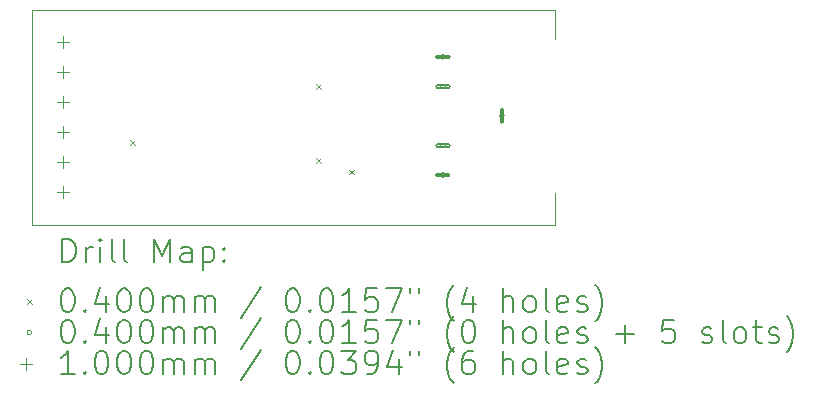
<source format=gbr>
%FSLAX45Y45*%
G04 Gerber Fmt 4.5, Leading zero omitted, Abs format (unit mm)*
G04 Created by KiCad (PCBNEW (6.0.5)) date 2024-01-21 09:57:32*
%MOMM*%
%LPD*%
G01*
G04 APERTURE LIST*
%TA.AperFunction,Profile*%
%ADD10C,0.100000*%
%TD*%
%ADD11C,0.200000*%
%ADD12C,0.040000*%
%ADD13C,0.100000*%
G04 APERTURE END LIST*
D10*
X13550000Y-10825000D02*
X13225000Y-10825000D01*
X17650000Y-10825000D02*
X17650000Y-10550000D01*
X16825000Y-9000000D02*
X17650000Y-9000000D01*
X13225000Y-9000000D02*
X13225000Y-9025000D01*
X17650000Y-9000000D02*
X17650000Y-9250000D01*
X16825000Y-9000000D02*
X13550000Y-9000000D01*
X13550000Y-9000000D02*
X13225000Y-9000000D01*
X16825000Y-10825000D02*
X17650000Y-10825000D01*
X13225000Y-9025000D02*
X13225000Y-10825000D01*
X13550000Y-10825000D02*
X16825000Y-10825000D01*
D11*
D12*
X14055000Y-10105000D02*
X14095000Y-10145000D01*
X14095000Y-10105000D02*
X14055000Y-10145000D01*
X15630000Y-9630000D02*
X15670000Y-9670000D01*
X15670000Y-9630000D02*
X15630000Y-9670000D01*
X15630000Y-10255000D02*
X15670000Y-10295000D01*
X15670000Y-10255000D02*
X15630000Y-10295000D01*
X15905000Y-10355000D02*
X15945000Y-10395000D01*
X15945000Y-10355000D02*
X15905000Y-10395000D01*
X16720000Y-9400000D02*
G75*
G03*
X16720000Y-9400000I-20000J0D01*
G01*
D11*
X16750000Y-9390000D02*
X16650000Y-9390000D01*
X16750000Y-9410000D02*
X16650000Y-9410000D01*
X16650000Y-9390000D02*
G75*
G03*
X16650000Y-9410000I0J-10000D01*
G01*
X16750000Y-9410000D02*
G75*
G03*
X16750000Y-9390000I0J10000D01*
G01*
D12*
X16720000Y-9650000D02*
G75*
G03*
X16720000Y-9650000I-20000J0D01*
G01*
D11*
X16750000Y-9640000D02*
X16650000Y-9640000D01*
X16750000Y-9660000D02*
X16650000Y-9660000D01*
X16650000Y-9640000D02*
G75*
G03*
X16650000Y-9660000I0J-10000D01*
G01*
X16750000Y-9660000D02*
G75*
G03*
X16750000Y-9640000I0J10000D01*
G01*
D12*
X16720000Y-10150000D02*
G75*
G03*
X16720000Y-10150000I-20000J0D01*
G01*
D11*
X16650000Y-10160000D02*
X16750000Y-10160000D01*
X16650000Y-10140000D02*
X16750000Y-10140000D01*
X16750000Y-10160000D02*
G75*
G03*
X16750000Y-10140000I0J10000D01*
G01*
X16650000Y-10140000D02*
G75*
G03*
X16650000Y-10160000I0J-10000D01*
G01*
D12*
X16720000Y-10400000D02*
G75*
G03*
X16720000Y-10400000I-20000J0D01*
G01*
D11*
X16650000Y-10410000D02*
X16750000Y-10410000D01*
X16650000Y-10390000D02*
X16750000Y-10390000D01*
X16750000Y-10410000D02*
G75*
G03*
X16750000Y-10390000I0J10000D01*
G01*
X16650000Y-10390000D02*
G75*
G03*
X16650000Y-10410000I0J-10000D01*
G01*
D12*
X17220000Y-9900000D02*
G75*
G03*
X17220000Y-9900000I-20000J0D01*
G01*
D11*
X17210000Y-9950000D02*
X17210000Y-9850000D01*
X17190000Y-9950000D02*
X17190000Y-9850000D01*
X17210000Y-9850000D02*
G75*
G03*
X17190000Y-9850000I-10000J0D01*
G01*
X17190000Y-9950000D02*
G75*
G03*
X17210000Y-9950000I10000J0D01*
G01*
D13*
X13485000Y-9221000D02*
X13485000Y-9321000D01*
X13435000Y-9271000D02*
X13535000Y-9271000D01*
X13485000Y-9475000D02*
X13485000Y-9575000D01*
X13435000Y-9525000D02*
X13535000Y-9525000D01*
X13485000Y-9729000D02*
X13485000Y-9829000D01*
X13435000Y-9779000D02*
X13535000Y-9779000D01*
X13485000Y-9983000D02*
X13485000Y-10083000D01*
X13435000Y-10033000D02*
X13535000Y-10033000D01*
X13485000Y-10237000D02*
X13485000Y-10337000D01*
X13435000Y-10287000D02*
X13535000Y-10287000D01*
X13485000Y-10491000D02*
X13485000Y-10591000D01*
X13435000Y-10541000D02*
X13535000Y-10541000D01*
D11*
X13477619Y-11140476D02*
X13477619Y-10940476D01*
X13525238Y-10940476D01*
X13553809Y-10950000D01*
X13572857Y-10969048D01*
X13582381Y-10988095D01*
X13591905Y-11026190D01*
X13591905Y-11054762D01*
X13582381Y-11092857D01*
X13572857Y-11111905D01*
X13553809Y-11130952D01*
X13525238Y-11140476D01*
X13477619Y-11140476D01*
X13677619Y-11140476D02*
X13677619Y-11007143D01*
X13677619Y-11045238D02*
X13687143Y-11026190D01*
X13696667Y-11016667D01*
X13715714Y-11007143D01*
X13734762Y-11007143D01*
X13801428Y-11140476D02*
X13801428Y-11007143D01*
X13801428Y-10940476D02*
X13791905Y-10950000D01*
X13801428Y-10959524D01*
X13810952Y-10950000D01*
X13801428Y-10940476D01*
X13801428Y-10959524D01*
X13925238Y-11140476D02*
X13906190Y-11130952D01*
X13896667Y-11111905D01*
X13896667Y-10940476D01*
X14030000Y-11140476D02*
X14010952Y-11130952D01*
X14001428Y-11111905D01*
X14001428Y-10940476D01*
X14258571Y-11140476D02*
X14258571Y-10940476D01*
X14325238Y-11083333D01*
X14391905Y-10940476D01*
X14391905Y-11140476D01*
X14572857Y-11140476D02*
X14572857Y-11035714D01*
X14563333Y-11016667D01*
X14544286Y-11007143D01*
X14506190Y-11007143D01*
X14487143Y-11016667D01*
X14572857Y-11130952D02*
X14553809Y-11140476D01*
X14506190Y-11140476D01*
X14487143Y-11130952D01*
X14477619Y-11111905D01*
X14477619Y-11092857D01*
X14487143Y-11073810D01*
X14506190Y-11064286D01*
X14553809Y-11064286D01*
X14572857Y-11054762D01*
X14668095Y-11007143D02*
X14668095Y-11207143D01*
X14668095Y-11016667D02*
X14687143Y-11007143D01*
X14725238Y-11007143D01*
X14744286Y-11016667D01*
X14753809Y-11026190D01*
X14763333Y-11045238D01*
X14763333Y-11102381D01*
X14753809Y-11121429D01*
X14744286Y-11130952D01*
X14725238Y-11140476D01*
X14687143Y-11140476D01*
X14668095Y-11130952D01*
X14849048Y-11121429D02*
X14858571Y-11130952D01*
X14849048Y-11140476D01*
X14839524Y-11130952D01*
X14849048Y-11121429D01*
X14849048Y-11140476D01*
X14849048Y-11016667D02*
X14858571Y-11026190D01*
X14849048Y-11035714D01*
X14839524Y-11026190D01*
X14849048Y-11016667D01*
X14849048Y-11035714D01*
D12*
X13180000Y-11450000D02*
X13220000Y-11490000D01*
X13220000Y-11450000D02*
X13180000Y-11490000D01*
D11*
X13515714Y-11360476D02*
X13534762Y-11360476D01*
X13553809Y-11370000D01*
X13563333Y-11379524D01*
X13572857Y-11398571D01*
X13582381Y-11436667D01*
X13582381Y-11484286D01*
X13572857Y-11522381D01*
X13563333Y-11541428D01*
X13553809Y-11550952D01*
X13534762Y-11560476D01*
X13515714Y-11560476D01*
X13496667Y-11550952D01*
X13487143Y-11541428D01*
X13477619Y-11522381D01*
X13468095Y-11484286D01*
X13468095Y-11436667D01*
X13477619Y-11398571D01*
X13487143Y-11379524D01*
X13496667Y-11370000D01*
X13515714Y-11360476D01*
X13668095Y-11541428D02*
X13677619Y-11550952D01*
X13668095Y-11560476D01*
X13658571Y-11550952D01*
X13668095Y-11541428D01*
X13668095Y-11560476D01*
X13849048Y-11427143D02*
X13849048Y-11560476D01*
X13801428Y-11350952D02*
X13753809Y-11493809D01*
X13877619Y-11493809D01*
X13991905Y-11360476D02*
X14010952Y-11360476D01*
X14030000Y-11370000D01*
X14039524Y-11379524D01*
X14049048Y-11398571D01*
X14058571Y-11436667D01*
X14058571Y-11484286D01*
X14049048Y-11522381D01*
X14039524Y-11541428D01*
X14030000Y-11550952D01*
X14010952Y-11560476D01*
X13991905Y-11560476D01*
X13972857Y-11550952D01*
X13963333Y-11541428D01*
X13953809Y-11522381D01*
X13944286Y-11484286D01*
X13944286Y-11436667D01*
X13953809Y-11398571D01*
X13963333Y-11379524D01*
X13972857Y-11370000D01*
X13991905Y-11360476D01*
X14182381Y-11360476D02*
X14201428Y-11360476D01*
X14220476Y-11370000D01*
X14230000Y-11379524D01*
X14239524Y-11398571D01*
X14249048Y-11436667D01*
X14249048Y-11484286D01*
X14239524Y-11522381D01*
X14230000Y-11541428D01*
X14220476Y-11550952D01*
X14201428Y-11560476D01*
X14182381Y-11560476D01*
X14163333Y-11550952D01*
X14153809Y-11541428D01*
X14144286Y-11522381D01*
X14134762Y-11484286D01*
X14134762Y-11436667D01*
X14144286Y-11398571D01*
X14153809Y-11379524D01*
X14163333Y-11370000D01*
X14182381Y-11360476D01*
X14334762Y-11560476D02*
X14334762Y-11427143D01*
X14334762Y-11446190D02*
X14344286Y-11436667D01*
X14363333Y-11427143D01*
X14391905Y-11427143D01*
X14410952Y-11436667D01*
X14420476Y-11455714D01*
X14420476Y-11560476D01*
X14420476Y-11455714D02*
X14430000Y-11436667D01*
X14449048Y-11427143D01*
X14477619Y-11427143D01*
X14496667Y-11436667D01*
X14506190Y-11455714D01*
X14506190Y-11560476D01*
X14601428Y-11560476D02*
X14601428Y-11427143D01*
X14601428Y-11446190D02*
X14610952Y-11436667D01*
X14630000Y-11427143D01*
X14658571Y-11427143D01*
X14677619Y-11436667D01*
X14687143Y-11455714D01*
X14687143Y-11560476D01*
X14687143Y-11455714D02*
X14696667Y-11436667D01*
X14715714Y-11427143D01*
X14744286Y-11427143D01*
X14763333Y-11436667D01*
X14772857Y-11455714D01*
X14772857Y-11560476D01*
X15163333Y-11350952D02*
X14991905Y-11608095D01*
X15420476Y-11360476D02*
X15439524Y-11360476D01*
X15458571Y-11370000D01*
X15468095Y-11379524D01*
X15477619Y-11398571D01*
X15487143Y-11436667D01*
X15487143Y-11484286D01*
X15477619Y-11522381D01*
X15468095Y-11541428D01*
X15458571Y-11550952D01*
X15439524Y-11560476D01*
X15420476Y-11560476D01*
X15401428Y-11550952D01*
X15391905Y-11541428D01*
X15382381Y-11522381D01*
X15372857Y-11484286D01*
X15372857Y-11436667D01*
X15382381Y-11398571D01*
X15391905Y-11379524D01*
X15401428Y-11370000D01*
X15420476Y-11360476D01*
X15572857Y-11541428D02*
X15582381Y-11550952D01*
X15572857Y-11560476D01*
X15563333Y-11550952D01*
X15572857Y-11541428D01*
X15572857Y-11560476D01*
X15706190Y-11360476D02*
X15725238Y-11360476D01*
X15744286Y-11370000D01*
X15753809Y-11379524D01*
X15763333Y-11398571D01*
X15772857Y-11436667D01*
X15772857Y-11484286D01*
X15763333Y-11522381D01*
X15753809Y-11541428D01*
X15744286Y-11550952D01*
X15725238Y-11560476D01*
X15706190Y-11560476D01*
X15687143Y-11550952D01*
X15677619Y-11541428D01*
X15668095Y-11522381D01*
X15658571Y-11484286D01*
X15658571Y-11436667D01*
X15668095Y-11398571D01*
X15677619Y-11379524D01*
X15687143Y-11370000D01*
X15706190Y-11360476D01*
X15963333Y-11560476D02*
X15849048Y-11560476D01*
X15906190Y-11560476D02*
X15906190Y-11360476D01*
X15887143Y-11389048D01*
X15868095Y-11408095D01*
X15849048Y-11417619D01*
X16144286Y-11360476D02*
X16049048Y-11360476D01*
X16039524Y-11455714D01*
X16049048Y-11446190D01*
X16068095Y-11436667D01*
X16115714Y-11436667D01*
X16134762Y-11446190D01*
X16144286Y-11455714D01*
X16153809Y-11474762D01*
X16153809Y-11522381D01*
X16144286Y-11541428D01*
X16134762Y-11550952D01*
X16115714Y-11560476D01*
X16068095Y-11560476D01*
X16049048Y-11550952D01*
X16039524Y-11541428D01*
X16220476Y-11360476D02*
X16353809Y-11360476D01*
X16268095Y-11560476D01*
X16420476Y-11360476D02*
X16420476Y-11398571D01*
X16496667Y-11360476D02*
X16496667Y-11398571D01*
X16791905Y-11636667D02*
X16782381Y-11627143D01*
X16763333Y-11598571D01*
X16753809Y-11579524D01*
X16744286Y-11550952D01*
X16734762Y-11503333D01*
X16734762Y-11465238D01*
X16744286Y-11417619D01*
X16753809Y-11389048D01*
X16763333Y-11370000D01*
X16782381Y-11341428D01*
X16791905Y-11331905D01*
X16953810Y-11427143D02*
X16953810Y-11560476D01*
X16906190Y-11350952D02*
X16858571Y-11493809D01*
X16982381Y-11493809D01*
X17210952Y-11560476D02*
X17210952Y-11360476D01*
X17296667Y-11560476D02*
X17296667Y-11455714D01*
X17287143Y-11436667D01*
X17268095Y-11427143D01*
X17239524Y-11427143D01*
X17220476Y-11436667D01*
X17210952Y-11446190D01*
X17420476Y-11560476D02*
X17401429Y-11550952D01*
X17391905Y-11541428D01*
X17382381Y-11522381D01*
X17382381Y-11465238D01*
X17391905Y-11446190D01*
X17401429Y-11436667D01*
X17420476Y-11427143D01*
X17449048Y-11427143D01*
X17468095Y-11436667D01*
X17477619Y-11446190D01*
X17487143Y-11465238D01*
X17487143Y-11522381D01*
X17477619Y-11541428D01*
X17468095Y-11550952D01*
X17449048Y-11560476D01*
X17420476Y-11560476D01*
X17601429Y-11560476D02*
X17582381Y-11550952D01*
X17572857Y-11531905D01*
X17572857Y-11360476D01*
X17753810Y-11550952D02*
X17734762Y-11560476D01*
X17696667Y-11560476D01*
X17677619Y-11550952D01*
X17668095Y-11531905D01*
X17668095Y-11455714D01*
X17677619Y-11436667D01*
X17696667Y-11427143D01*
X17734762Y-11427143D01*
X17753810Y-11436667D01*
X17763333Y-11455714D01*
X17763333Y-11474762D01*
X17668095Y-11493809D01*
X17839524Y-11550952D02*
X17858571Y-11560476D01*
X17896667Y-11560476D01*
X17915714Y-11550952D01*
X17925238Y-11531905D01*
X17925238Y-11522381D01*
X17915714Y-11503333D01*
X17896667Y-11493809D01*
X17868095Y-11493809D01*
X17849048Y-11484286D01*
X17839524Y-11465238D01*
X17839524Y-11455714D01*
X17849048Y-11436667D01*
X17868095Y-11427143D01*
X17896667Y-11427143D01*
X17915714Y-11436667D01*
X17991905Y-11636667D02*
X18001429Y-11627143D01*
X18020476Y-11598571D01*
X18030000Y-11579524D01*
X18039524Y-11550952D01*
X18049048Y-11503333D01*
X18049048Y-11465238D01*
X18039524Y-11417619D01*
X18030000Y-11389048D01*
X18020476Y-11370000D01*
X18001429Y-11341428D01*
X17991905Y-11331905D01*
D12*
X13220000Y-11734000D02*
G75*
G03*
X13220000Y-11734000I-20000J0D01*
G01*
D11*
X13515714Y-11624476D02*
X13534762Y-11624476D01*
X13553809Y-11634000D01*
X13563333Y-11643524D01*
X13572857Y-11662571D01*
X13582381Y-11700667D01*
X13582381Y-11748286D01*
X13572857Y-11786381D01*
X13563333Y-11805428D01*
X13553809Y-11814952D01*
X13534762Y-11824476D01*
X13515714Y-11824476D01*
X13496667Y-11814952D01*
X13487143Y-11805428D01*
X13477619Y-11786381D01*
X13468095Y-11748286D01*
X13468095Y-11700667D01*
X13477619Y-11662571D01*
X13487143Y-11643524D01*
X13496667Y-11634000D01*
X13515714Y-11624476D01*
X13668095Y-11805428D02*
X13677619Y-11814952D01*
X13668095Y-11824476D01*
X13658571Y-11814952D01*
X13668095Y-11805428D01*
X13668095Y-11824476D01*
X13849048Y-11691143D02*
X13849048Y-11824476D01*
X13801428Y-11614952D02*
X13753809Y-11757809D01*
X13877619Y-11757809D01*
X13991905Y-11624476D02*
X14010952Y-11624476D01*
X14030000Y-11634000D01*
X14039524Y-11643524D01*
X14049048Y-11662571D01*
X14058571Y-11700667D01*
X14058571Y-11748286D01*
X14049048Y-11786381D01*
X14039524Y-11805428D01*
X14030000Y-11814952D01*
X14010952Y-11824476D01*
X13991905Y-11824476D01*
X13972857Y-11814952D01*
X13963333Y-11805428D01*
X13953809Y-11786381D01*
X13944286Y-11748286D01*
X13944286Y-11700667D01*
X13953809Y-11662571D01*
X13963333Y-11643524D01*
X13972857Y-11634000D01*
X13991905Y-11624476D01*
X14182381Y-11624476D02*
X14201428Y-11624476D01*
X14220476Y-11634000D01*
X14230000Y-11643524D01*
X14239524Y-11662571D01*
X14249048Y-11700667D01*
X14249048Y-11748286D01*
X14239524Y-11786381D01*
X14230000Y-11805428D01*
X14220476Y-11814952D01*
X14201428Y-11824476D01*
X14182381Y-11824476D01*
X14163333Y-11814952D01*
X14153809Y-11805428D01*
X14144286Y-11786381D01*
X14134762Y-11748286D01*
X14134762Y-11700667D01*
X14144286Y-11662571D01*
X14153809Y-11643524D01*
X14163333Y-11634000D01*
X14182381Y-11624476D01*
X14334762Y-11824476D02*
X14334762Y-11691143D01*
X14334762Y-11710190D02*
X14344286Y-11700667D01*
X14363333Y-11691143D01*
X14391905Y-11691143D01*
X14410952Y-11700667D01*
X14420476Y-11719714D01*
X14420476Y-11824476D01*
X14420476Y-11719714D02*
X14430000Y-11700667D01*
X14449048Y-11691143D01*
X14477619Y-11691143D01*
X14496667Y-11700667D01*
X14506190Y-11719714D01*
X14506190Y-11824476D01*
X14601428Y-11824476D02*
X14601428Y-11691143D01*
X14601428Y-11710190D02*
X14610952Y-11700667D01*
X14630000Y-11691143D01*
X14658571Y-11691143D01*
X14677619Y-11700667D01*
X14687143Y-11719714D01*
X14687143Y-11824476D01*
X14687143Y-11719714D02*
X14696667Y-11700667D01*
X14715714Y-11691143D01*
X14744286Y-11691143D01*
X14763333Y-11700667D01*
X14772857Y-11719714D01*
X14772857Y-11824476D01*
X15163333Y-11614952D02*
X14991905Y-11872095D01*
X15420476Y-11624476D02*
X15439524Y-11624476D01*
X15458571Y-11634000D01*
X15468095Y-11643524D01*
X15477619Y-11662571D01*
X15487143Y-11700667D01*
X15487143Y-11748286D01*
X15477619Y-11786381D01*
X15468095Y-11805428D01*
X15458571Y-11814952D01*
X15439524Y-11824476D01*
X15420476Y-11824476D01*
X15401428Y-11814952D01*
X15391905Y-11805428D01*
X15382381Y-11786381D01*
X15372857Y-11748286D01*
X15372857Y-11700667D01*
X15382381Y-11662571D01*
X15391905Y-11643524D01*
X15401428Y-11634000D01*
X15420476Y-11624476D01*
X15572857Y-11805428D02*
X15582381Y-11814952D01*
X15572857Y-11824476D01*
X15563333Y-11814952D01*
X15572857Y-11805428D01*
X15572857Y-11824476D01*
X15706190Y-11624476D02*
X15725238Y-11624476D01*
X15744286Y-11634000D01*
X15753809Y-11643524D01*
X15763333Y-11662571D01*
X15772857Y-11700667D01*
X15772857Y-11748286D01*
X15763333Y-11786381D01*
X15753809Y-11805428D01*
X15744286Y-11814952D01*
X15725238Y-11824476D01*
X15706190Y-11824476D01*
X15687143Y-11814952D01*
X15677619Y-11805428D01*
X15668095Y-11786381D01*
X15658571Y-11748286D01*
X15658571Y-11700667D01*
X15668095Y-11662571D01*
X15677619Y-11643524D01*
X15687143Y-11634000D01*
X15706190Y-11624476D01*
X15963333Y-11824476D02*
X15849048Y-11824476D01*
X15906190Y-11824476D02*
X15906190Y-11624476D01*
X15887143Y-11653048D01*
X15868095Y-11672095D01*
X15849048Y-11681619D01*
X16144286Y-11624476D02*
X16049048Y-11624476D01*
X16039524Y-11719714D01*
X16049048Y-11710190D01*
X16068095Y-11700667D01*
X16115714Y-11700667D01*
X16134762Y-11710190D01*
X16144286Y-11719714D01*
X16153809Y-11738762D01*
X16153809Y-11786381D01*
X16144286Y-11805428D01*
X16134762Y-11814952D01*
X16115714Y-11824476D01*
X16068095Y-11824476D01*
X16049048Y-11814952D01*
X16039524Y-11805428D01*
X16220476Y-11624476D02*
X16353809Y-11624476D01*
X16268095Y-11824476D01*
X16420476Y-11624476D02*
X16420476Y-11662571D01*
X16496667Y-11624476D02*
X16496667Y-11662571D01*
X16791905Y-11900667D02*
X16782381Y-11891143D01*
X16763333Y-11862571D01*
X16753809Y-11843524D01*
X16744286Y-11814952D01*
X16734762Y-11767333D01*
X16734762Y-11729238D01*
X16744286Y-11681619D01*
X16753809Y-11653048D01*
X16763333Y-11634000D01*
X16782381Y-11605428D01*
X16791905Y-11595905D01*
X16906190Y-11624476D02*
X16925238Y-11624476D01*
X16944286Y-11634000D01*
X16953810Y-11643524D01*
X16963333Y-11662571D01*
X16972857Y-11700667D01*
X16972857Y-11748286D01*
X16963333Y-11786381D01*
X16953810Y-11805428D01*
X16944286Y-11814952D01*
X16925238Y-11824476D01*
X16906190Y-11824476D01*
X16887143Y-11814952D01*
X16877619Y-11805428D01*
X16868095Y-11786381D01*
X16858571Y-11748286D01*
X16858571Y-11700667D01*
X16868095Y-11662571D01*
X16877619Y-11643524D01*
X16887143Y-11634000D01*
X16906190Y-11624476D01*
X17210952Y-11824476D02*
X17210952Y-11624476D01*
X17296667Y-11824476D02*
X17296667Y-11719714D01*
X17287143Y-11700667D01*
X17268095Y-11691143D01*
X17239524Y-11691143D01*
X17220476Y-11700667D01*
X17210952Y-11710190D01*
X17420476Y-11824476D02*
X17401429Y-11814952D01*
X17391905Y-11805428D01*
X17382381Y-11786381D01*
X17382381Y-11729238D01*
X17391905Y-11710190D01*
X17401429Y-11700667D01*
X17420476Y-11691143D01*
X17449048Y-11691143D01*
X17468095Y-11700667D01*
X17477619Y-11710190D01*
X17487143Y-11729238D01*
X17487143Y-11786381D01*
X17477619Y-11805428D01*
X17468095Y-11814952D01*
X17449048Y-11824476D01*
X17420476Y-11824476D01*
X17601429Y-11824476D02*
X17582381Y-11814952D01*
X17572857Y-11795905D01*
X17572857Y-11624476D01*
X17753810Y-11814952D02*
X17734762Y-11824476D01*
X17696667Y-11824476D01*
X17677619Y-11814952D01*
X17668095Y-11795905D01*
X17668095Y-11719714D01*
X17677619Y-11700667D01*
X17696667Y-11691143D01*
X17734762Y-11691143D01*
X17753810Y-11700667D01*
X17763333Y-11719714D01*
X17763333Y-11738762D01*
X17668095Y-11757809D01*
X17839524Y-11814952D02*
X17858571Y-11824476D01*
X17896667Y-11824476D01*
X17915714Y-11814952D01*
X17925238Y-11795905D01*
X17925238Y-11786381D01*
X17915714Y-11767333D01*
X17896667Y-11757809D01*
X17868095Y-11757809D01*
X17849048Y-11748286D01*
X17839524Y-11729238D01*
X17839524Y-11719714D01*
X17849048Y-11700667D01*
X17868095Y-11691143D01*
X17896667Y-11691143D01*
X17915714Y-11700667D01*
X18163333Y-11748286D02*
X18315714Y-11748286D01*
X18239524Y-11824476D02*
X18239524Y-11672095D01*
X18658571Y-11624476D02*
X18563333Y-11624476D01*
X18553810Y-11719714D01*
X18563333Y-11710190D01*
X18582381Y-11700667D01*
X18630000Y-11700667D01*
X18649048Y-11710190D01*
X18658571Y-11719714D01*
X18668095Y-11738762D01*
X18668095Y-11786381D01*
X18658571Y-11805428D01*
X18649048Y-11814952D01*
X18630000Y-11824476D01*
X18582381Y-11824476D01*
X18563333Y-11814952D01*
X18553810Y-11805428D01*
X18896667Y-11814952D02*
X18915714Y-11824476D01*
X18953810Y-11824476D01*
X18972857Y-11814952D01*
X18982381Y-11795905D01*
X18982381Y-11786381D01*
X18972857Y-11767333D01*
X18953810Y-11757809D01*
X18925238Y-11757809D01*
X18906190Y-11748286D01*
X18896667Y-11729238D01*
X18896667Y-11719714D01*
X18906190Y-11700667D01*
X18925238Y-11691143D01*
X18953810Y-11691143D01*
X18972857Y-11700667D01*
X19096667Y-11824476D02*
X19077619Y-11814952D01*
X19068095Y-11795905D01*
X19068095Y-11624476D01*
X19201429Y-11824476D02*
X19182381Y-11814952D01*
X19172857Y-11805428D01*
X19163333Y-11786381D01*
X19163333Y-11729238D01*
X19172857Y-11710190D01*
X19182381Y-11700667D01*
X19201429Y-11691143D01*
X19230000Y-11691143D01*
X19249048Y-11700667D01*
X19258571Y-11710190D01*
X19268095Y-11729238D01*
X19268095Y-11786381D01*
X19258571Y-11805428D01*
X19249048Y-11814952D01*
X19230000Y-11824476D01*
X19201429Y-11824476D01*
X19325238Y-11691143D02*
X19401429Y-11691143D01*
X19353810Y-11624476D02*
X19353810Y-11795905D01*
X19363333Y-11814952D01*
X19382381Y-11824476D01*
X19401429Y-11824476D01*
X19458571Y-11814952D02*
X19477619Y-11824476D01*
X19515714Y-11824476D01*
X19534762Y-11814952D01*
X19544286Y-11795905D01*
X19544286Y-11786381D01*
X19534762Y-11767333D01*
X19515714Y-11757809D01*
X19487143Y-11757809D01*
X19468095Y-11748286D01*
X19458571Y-11729238D01*
X19458571Y-11719714D01*
X19468095Y-11700667D01*
X19487143Y-11691143D01*
X19515714Y-11691143D01*
X19534762Y-11700667D01*
X19610952Y-11900667D02*
X19620476Y-11891143D01*
X19639524Y-11862571D01*
X19649048Y-11843524D01*
X19658571Y-11814952D01*
X19668095Y-11767333D01*
X19668095Y-11729238D01*
X19658571Y-11681619D01*
X19649048Y-11653048D01*
X19639524Y-11634000D01*
X19620476Y-11605428D01*
X19610952Y-11595905D01*
D13*
X13170000Y-11948000D02*
X13170000Y-12048000D01*
X13120000Y-11998000D02*
X13220000Y-11998000D01*
D11*
X13582381Y-12088476D02*
X13468095Y-12088476D01*
X13525238Y-12088476D02*
X13525238Y-11888476D01*
X13506190Y-11917048D01*
X13487143Y-11936095D01*
X13468095Y-11945619D01*
X13668095Y-12069428D02*
X13677619Y-12078952D01*
X13668095Y-12088476D01*
X13658571Y-12078952D01*
X13668095Y-12069428D01*
X13668095Y-12088476D01*
X13801428Y-11888476D02*
X13820476Y-11888476D01*
X13839524Y-11898000D01*
X13849048Y-11907524D01*
X13858571Y-11926571D01*
X13868095Y-11964667D01*
X13868095Y-12012286D01*
X13858571Y-12050381D01*
X13849048Y-12069428D01*
X13839524Y-12078952D01*
X13820476Y-12088476D01*
X13801428Y-12088476D01*
X13782381Y-12078952D01*
X13772857Y-12069428D01*
X13763333Y-12050381D01*
X13753809Y-12012286D01*
X13753809Y-11964667D01*
X13763333Y-11926571D01*
X13772857Y-11907524D01*
X13782381Y-11898000D01*
X13801428Y-11888476D01*
X13991905Y-11888476D02*
X14010952Y-11888476D01*
X14030000Y-11898000D01*
X14039524Y-11907524D01*
X14049048Y-11926571D01*
X14058571Y-11964667D01*
X14058571Y-12012286D01*
X14049048Y-12050381D01*
X14039524Y-12069428D01*
X14030000Y-12078952D01*
X14010952Y-12088476D01*
X13991905Y-12088476D01*
X13972857Y-12078952D01*
X13963333Y-12069428D01*
X13953809Y-12050381D01*
X13944286Y-12012286D01*
X13944286Y-11964667D01*
X13953809Y-11926571D01*
X13963333Y-11907524D01*
X13972857Y-11898000D01*
X13991905Y-11888476D01*
X14182381Y-11888476D02*
X14201428Y-11888476D01*
X14220476Y-11898000D01*
X14230000Y-11907524D01*
X14239524Y-11926571D01*
X14249048Y-11964667D01*
X14249048Y-12012286D01*
X14239524Y-12050381D01*
X14230000Y-12069428D01*
X14220476Y-12078952D01*
X14201428Y-12088476D01*
X14182381Y-12088476D01*
X14163333Y-12078952D01*
X14153809Y-12069428D01*
X14144286Y-12050381D01*
X14134762Y-12012286D01*
X14134762Y-11964667D01*
X14144286Y-11926571D01*
X14153809Y-11907524D01*
X14163333Y-11898000D01*
X14182381Y-11888476D01*
X14334762Y-12088476D02*
X14334762Y-11955143D01*
X14334762Y-11974190D02*
X14344286Y-11964667D01*
X14363333Y-11955143D01*
X14391905Y-11955143D01*
X14410952Y-11964667D01*
X14420476Y-11983714D01*
X14420476Y-12088476D01*
X14420476Y-11983714D02*
X14430000Y-11964667D01*
X14449048Y-11955143D01*
X14477619Y-11955143D01*
X14496667Y-11964667D01*
X14506190Y-11983714D01*
X14506190Y-12088476D01*
X14601428Y-12088476D02*
X14601428Y-11955143D01*
X14601428Y-11974190D02*
X14610952Y-11964667D01*
X14630000Y-11955143D01*
X14658571Y-11955143D01*
X14677619Y-11964667D01*
X14687143Y-11983714D01*
X14687143Y-12088476D01*
X14687143Y-11983714D02*
X14696667Y-11964667D01*
X14715714Y-11955143D01*
X14744286Y-11955143D01*
X14763333Y-11964667D01*
X14772857Y-11983714D01*
X14772857Y-12088476D01*
X15163333Y-11878952D02*
X14991905Y-12136095D01*
X15420476Y-11888476D02*
X15439524Y-11888476D01*
X15458571Y-11898000D01*
X15468095Y-11907524D01*
X15477619Y-11926571D01*
X15487143Y-11964667D01*
X15487143Y-12012286D01*
X15477619Y-12050381D01*
X15468095Y-12069428D01*
X15458571Y-12078952D01*
X15439524Y-12088476D01*
X15420476Y-12088476D01*
X15401428Y-12078952D01*
X15391905Y-12069428D01*
X15382381Y-12050381D01*
X15372857Y-12012286D01*
X15372857Y-11964667D01*
X15382381Y-11926571D01*
X15391905Y-11907524D01*
X15401428Y-11898000D01*
X15420476Y-11888476D01*
X15572857Y-12069428D02*
X15582381Y-12078952D01*
X15572857Y-12088476D01*
X15563333Y-12078952D01*
X15572857Y-12069428D01*
X15572857Y-12088476D01*
X15706190Y-11888476D02*
X15725238Y-11888476D01*
X15744286Y-11898000D01*
X15753809Y-11907524D01*
X15763333Y-11926571D01*
X15772857Y-11964667D01*
X15772857Y-12012286D01*
X15763333Y-12050381D01*
X15753809Y-12069428D01*
X15744286Y-12078952D01*
X15725238Y-12088476D01*
X15706190Y-12088476D01*
X15687143Y-12078952D01*
X15677619Y-12069428D01*
X15668095Y-12050381D01*
X15658571Y-12012286D01*
X15658571Y-11964667D01*
X15668095Y-11926571D01*
X15677619Y-11907524D01*
X15687143Y-11898000D01*
X15706190Y-11888476D01*
X15839524Y-11888476D02*
X15963333Y-11888476D01*
X15896667Y-11964667D01*
X15925238Y-11964667D01*
X15944286Y-11974190D01*
X15953809Y-11983714D01*
X15963333Y-12002762D01*
X15963333Y-12050381D01*
X15953809Y-12069428D01*
X15944286Y-12078952D01*
X15925238Y-12088476D01*
X15868095Y-12088476D01*
X15849048Y-12078952D01*
X15839524Y-12069428D01*
X16058571Y-12088476D02*
X16096667Y-12088476D01*
X16115714Y-12078952D01*
X16125238Y-12069428D01*
X16144286Y-12040857D01*
X16153809Y-12002762D01*
X16153809Y-11926571D01*
X16144286Y-11907524D01*
X16134762Y-11898000D01*
X16115714Y-11888476D01*
X16077619Y-11888476D01*
X16058571Y-11898000D01*
X16049048Y-11907524D01*
X16039524Y-11926571D01*
X16039524Y-11974190D01*
X16049048Y-11993238D01*
X16058571Y-12002762D01*
X16077619Y-12012286D01*
X16115714Y-12012286D01*
X16134762Y-12002762D01*
X16144286Y-11993238D01*
X16153809Y-11974190D01*
X16325238Y-11955143D02*
X16325238Y-12088476D01*
X16277619Y-11878952D02*
X16230000Y-12021809D01*
X16353809Y-12021809D01*
X16420476Y-11888476D02*
X16420476Y-11926571D01*
X16496667Y-11888476D02*
X16496667Y-11926571D01*
X16791905Y-12164667D02*
X16782381Y-12155143D01*
X16763333Y-12126571D01*
X16753809Y-12107524D01*
X16744286Y-12078952D01*
X16734762Y-12031333D01*
X16734762Y-11993238D01*
X16744286Y-11945619D01*
X16753809Y-11917048D01*
X16763333Y-11898000D01*
X16782381Y-11869428D01*
X16791905Y-11859905D01*
X16953810Y-11888476D02*
X16915714Y-11888476D01*
X16896667Y-11898000D01*
X16887143Y-11907524D01*
X16868095Y-11936095D01*
X16858571Y-11974190D01*
X16858571Y-12050381D01*
X16868095Y-12069428D01*
X16877619Y-12078952D01*
X16896667Y-12088476D01*
X16934762Y-12088476D01*
X16953810Y-12078952D01*
X16963333Y-12069428D01*
X16972857Y-12050381D01*
X16972857Y-12002762D01*
X16963333Y-11983714D01*
X16953810Y-11974190D01*
X16934762Y-11964667D01*
X16896667Y-11964667D01*
X16877619Y-11974190D01*
X16868095Y-11983714D01*
X16858571Y-12002762D01*
X17210952Y-12088476D02*
X17210952Y-11888476D01*
X17296667Y-12088476D02*
X17296667Y-11983714D01*
X17287143Y-11964667D01*
X17268095Y-11955143D01*
X17239524Y-11955143D01*
X17220476Y-11964667D01*
X17210952Y-11974190D01*
X17420476Y-12088476D02*
X17401429Y-12078952D01*
X17391905Y-12069428D01*
X17382381Y-12050381D01*
X17382381Y-11993238D01*
X17391905Y-11974190D01*
X17401429Y-11964667D01*
X17420476Y-11955143D01*
X17449048Y-11955143D01*
X17468095Y-11964667D01*
X17477619Y-11974190D01*
X17487143Y-11993238D01*
X17487143Y-12050381D01*
X17477619Y-12069428D01*
X17468095Y-12078952D01*
X17449048Y-12088476D01*
X17420476Y-12088476D01*
X17601429Y-12088476D02*
X17582381Y-12078952D01*
X17572857Y-12059905D01*
X17572857Y-11888476D01*
X17753810Y-12078952D02*
X17734762Y-12088476D01*
X17696667Y-12088476D01*
X17677619Y-12078952D01*
X17668095Y-12059905D01*
X17668095Y-11983714D01*
X17677619Y-11964667D01*
X17696667Y-11955143D01*
X17734762Y-11955143D01*
X17753810Y-11964667D01*
X17763333Y-11983714D01*
X17763333Y-12002762D01*
X17668095Y-12021809D01*
X17839524Y-12078952D02*
X17858571Y-12088476D01*
X17896667Y-12088476D01*
X17915714Y-12078952D01*
X17925238Y-12059905D01*
X17925238Y-12050381D01*
X17915714Y-12031333D01*
X17896667Y-12021809D01*
X17868095Y-12021809D01*
X17849048Y-12012286D01*
X17839524Y-11993238D01*
X17839524Y-11983714D01*
X17849048Y-11964667D01*
X17868095Y-11955143D01*
X17896667Y-11955143D01*
X17915714Y-11964667D01*
X17991905Y-12164667D02*
X18001429Y-12155143D01*
X18020476Y-12126571D01*
X18030000Y-12107524D01*
X18039524Y-12078952D01*
X18049048Y-12031333D01*
X18049048Y-11993238D01*
X18039524Y-11945619D01*
X18030000Y-11917048D01*
X18020476Y-11898000D01*
X18001429Y-11869428D01*
X17991905Y-11859905D01*
M02*

</source>
